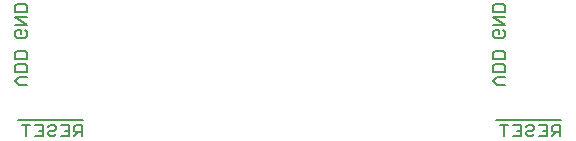
<source format=gbo>
G75*
%MOIN*%
%OFA0B0*%
%FSLAX24Y24*%
%IPPOS*%
%LPD*%
%AMOC8*
5,1,8,0,0,1.08239X$1,22.5*
%
%ADD10C,0.0080*%
D10*
X017440Y019847D02*
X017440Y020240D01*
X017570Y020240D02*
X017309Y020240D01*
X017175Y020400D02*
X019351Y020400D01*
X019311Y020240D02*
X019114Y020240D01*
X019049Y020175D01*
X019049Y020044D01*
X019114Y019978D01*
X019311Y019978D01*
X019311Y019847D02*
X019311Y020240D01*
X019180Y019978D02*
X019049Y019847D01*
X018876Y019847D02*
X018614Y019847D01*
X018441Y019913D02*
X018375Y019847D01*
X018244Y019847D01*
X018179Y019913D01*
X018179Y019978D01*
X018244Y020044D01*
X018375Y020044D01*
X018441Y020109D01*
X018441Y020175D01*
X018375Y020240D01*
X018244Y020240D01*
X018179Y020175D01*
X018005Y020240D02*
X017744Y020240D01*
X017875Y020044D02*
X018005Y020044D01*
X018005Y020240D02*
X018005Y019847D01*
X017744Y019847D01*
X018614Y020240D02*
X018876Y020240D01*
X018876Y019847D01*
X018876Y020044D02*
X018745Y020044D01*
X017475Y021557D02*
X017213Y021557D01*
X017083Y021688D01*
X017213Y021819D01*
X017475Y021819D01*
X017475Y021992D02*
X017475Y022188D01*
X017410Y022254D01*
X017148Y022254D01*
X017083Y022188D01*
X017083Y021992D01*
X017475Y021992D01*
X017475Y022427D02*
X017083Y022427D01*
X017083Y022623D01*
X017148Y022689D01*
X017410Y022689D01*
X017475Y022623D01*
X017475Y022427D01*
X017410Y023132D02*
X017148Y023132D01*
X017083Y023197D01*
X017083Y023328D01*
X017148Y023394D01*
X017279Y023394D01*
X017279Y023263D01*
X017410Y023394D02*
X017475Y023328D01*
X017475Y023197D01*
X017410Y023132D01*
X017475Y023567D02*
X017083Y023567D01*
X017083Y023829D02*
X017475Y023829D01*
X017475Y024002D02*
X017475Y024198D01*
X017410Y024264D01*
X017148Y024264D01*
X017083Y024198D01*
X017083Y024002D01*
X017475Y024002D01*
X017083Y023829D02*
X017475Y023567D01*
X033027Y023567D02*
X033420Y023567D01*
X033027Y023829D01*
X033420Y023829D01*
X033420Y024002D02*
X033420Y024198D01*
X033355Y024264D01*
X033093Y024264D01*
X033027Y024198D01*
X033027Y024002D01*
X033420Y024002D01*
X033355Y023394D02*
X033420Y023328D01*
X033420Y023197D01*
X033355Y023132D01*
X033093Y023132D01*
X033027Y023197D01*
X033027Y023328D01*
X033093Y023394D01*
X033224Y023394D01*
X033224Y023263D01*
X033093Y022689D02*
X033355Y022689D01*
X033420Y022623D01*
X033420Y022427D01*
X033027Y022427D01*
X033027Y022623D01*
X033093Y022689D01*
X033093Y022254D02*
X033355Y022254D01*
X033420Y022188D01*
X033420Y021992D01*
X033027Y021992D01*
X033027Y022188D01*
X033093Y022254D01*
X033158Y021819D02*
X033420Y021819D01*
X033158Y021819D02*
X033027Y021688D01*
X033158Y021557D01*
X033420Y021557D01*
X033120Y020400D02*
X035295Y020400D01*
X035255Y020240D02*
X035059Y020240D01*
X034994Y020175D01*
X034994Y020044D01*
X035059Y019978D01*
X035255Y019978D01*
X035124Y019978D02*
X034994Y019847D01*
X034820Y019847D02*
X034559Y019847D01*
X034385Y019913D02*
X034320Y019847D01*
X034189Y019847D01*
X034124Y019913D01*
X034124Y019978D01*
X034189Y020044D01*
X034320Y020044D01*
X034385Y020109D01*
X034385Y020175D01*
X034320Y020240D01*
X034189Y020240D01*
X034124Y020175D01*
X033950Y020240D02*
X033689Y020240D01*
X033515Y020240D02*
X033253Y020240D01*
X033384Y020240D02*
X033384Y019847D01*
X033689Y019847D02*
X033950Y019847D01*
X033950Y020240D01*
X033950Y020044D02*
X033819Y020044D01*
X034559Y020240D02*
X034820Y020240D01*
X034820Y019847D01*
X034820Y020044D02*
X034689Y020044D01*
X035255Y020240D02*
X035255Y019847D01*
M02*

</source>
